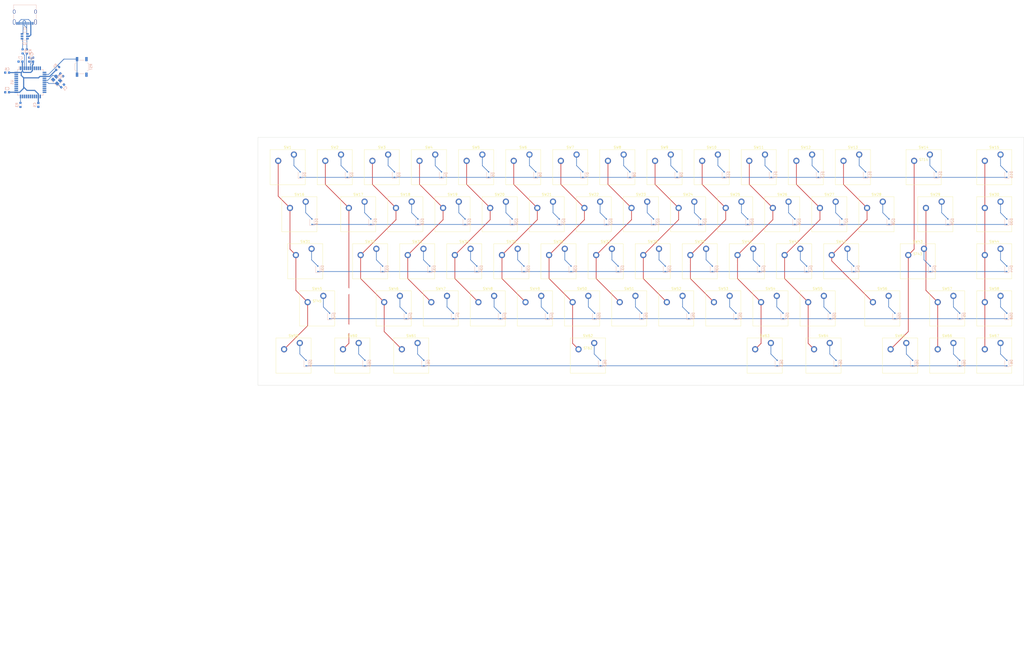
<source format=kicad_pcb>
(kicad_pcb (version 20211232) (generator pcbnew)
  (layers (0 "F.Cu" signal) (31 "B.Cu" signal) (34 "B.Paste" user) (35 "F.Paste" user) (36 "B.SilkS" user "B.Silkscreen") (37 "F.SilkS" user "F.Silkscreen") (38 "B.Mask" user) (39 "F.Mask" user) (44 "Edge.Cuts" user))
  (net 0 "")
  (net 1 "COL10")
  (net 2 "COL11")
  (net 3 "COL12")
  (net 4 "COL13")
  (net 5 "COL14")
  (net 6 "COL15")
  (net 7 "COL16")
  (net 8 "COL17")
  (net 9 "COL18")
  (net 10 "COL19")
  (net 11 "COL20")
  (net 12 "COL5")
  (net 13 "COL6")
  (net 14 "COL7")
  (net 15 "COL8")
  (net 16 "COL9")
  (net 17 "GND")
  (net 18 "N$1")
  (net 19 "N$10")
  (net 20 "N$11")
  (net 21 "N$12")
  (net 22 "N$13")
  (net 23 "N$14")
  (net 24 "N$15")
  (net 25 "N$16")
  (net 26 "N$17")
  (net 27 "N$18")
  (net 28 "N$19")
  (net 29 "N$2")
  (net 30 "N$20")
  (net 31 "N$21")
  (net 32 "N$22")
  (net 33 "N$23")
  (net 34 "N$24")
  (net 35 "N$25")
  (net 36 "N$26")
  (net 37 "N$27")
  (net 38 "N$28")
  (net 39 "N$29")
  (net 40 "N$3")
  (net 41 "N$30")
  (net 42 "N$31")
  (net 43 "N$32")
  (net 44 "N$33")
  (net 45 "N$34")
  (net 46 "N$35")
  (net 47 "N$36")
  (net 48 "N$37")
  (net 49 "N$38")
  (net 50 "N$39")
  (net 51 "N$4")
  (net 52 "N$40")
  (net 53 "N$41")
  (net 54 "N$42")
  (net 55 "N$43")
  (net 56 "N$44")
  (net 57 "N$45")
  (net 58 "N$46")
  (net 59 "N$47")
  (net 60 "N$48")
  (net 61 "N$49")
  (net 62 "N$5")
  (net 63 "N$50")
  (net 64 "N$51")
  (net 65 "N$52")
  (net 66 "N$53")
  (net 67 "N$54")
  (net 68 "N$55")
  (net 69 "N$56")
  (net 70 "N$57")
  (net 71 "N$58")
  (net 72 "N$59")
  (net 73 "N$6")
  (net 74 "N$60")
  (net 75 "N$61")
  (net 76 "N$62")
  (net 77 "N$63")
  (net 78 "N$64")
  (net 79 "N$65")
  (net 80 "N$66")
  (net 81 "N$67")
  (net 82 "N$7")
  (net 83 "N$8")
  (net 84 "N$9")
  (net 85 "ROW0")
  (net 86 "ROW1")
  (net 87 "ROW2")
  (net 88 "ROW3")
  (net 89 "ROW4")
  (net 90 "VCC")
  (net 91 "mcu/D+")
  (net 92 "mcu/D-")
  (net 93 "mcu/UCAP")
  (net 94 "mcu/XTAL1")
  (net 95 "mcu/XTAL2")
  (net 96 "mcu/~{HWB}/PE2")
  (net 97 "mcu/~{RESET}")
  (net 98 "u2/D+")
  (net 99 "u2/D-")
  (net 100 "usb/D+")
  (net 101 "usb/D-")
  (footprint "Stabilizer_Cherry_MX_2u" (layer "F.Cu") (at 450.413512 129.965002)
    (fp_text reference "ST14")
    (fp_text value "MountingHole")
  )
  (footprint "Stabilizer_Cherry_MX_2u" (layer "F.Cu") (at 448.032262 168.065002)
    (fp_text reference "ST43")
    (fp_text value "MountingHole")
  )
  (footprint "Stabilizer_Cherry_MX_2u" (layer "F.Cu") (at 205.144762 187.115002)
    (fp_text reference "ST45")
    (fp_text value "MountingHole")
  )
  (footprint "Stabilizer_Cherry_MX_6u" (layer "F.Cu") (at 314.682262 206.165002)
    (fp_text reference "ST62")
    (fp_text value "MountingHole")
  )
  (footprint "SW_Cherry_MX_PCB_1.00u" (layer "F.Cu") (at 193.238512 129.965002)
    (fp_text reference "SW1")
    (fp_text value "SW_Push")
  )
  (footprint "SW_Cherry_MX_PCB_1.00u" (layer "F.Cu") (at 364.688512 129.965002)
    (fp_text reference "SW10")
    (fp_text value "SW_Push")
  )
  (footprint "SW_Cherry_MX_PCB_1.00u" (layer "F.Cu") (at 383.738512 129.965002)
    (fp_text reference "SW11")
    (fp_text value "SW_Push")
  )
  (footprint "SW_Cherry_MX_PCB_1.00u" (layer "F.Cu") (at 402.788512 129.965002)
    (fp_text reference "SW12")
    (fp_text value "SW_Push")
  )
  (footprint "SW_Cherry_MX_PCB_1.00u" (layer "F.Cu") (at 421.838512 129.965002)
    (fp_text reference "SW13")
    (fp_text value "SW_Push")
  )
  (footprint "SW_Cherry_MX_PCB_2.00u" (layer "F.Cu") (at 450.413512 129.965002)
    (fp_text reference "SW14")
    (fp_text value "SW_Push")
  )
  (footprint "SW_Cherry_MX_PCB_1.00u" (layer "F.Cu") (at 478.988512 129.965002)
    (fp_text reference "SW15")
    (fp_text value "SW_Push")
  )
  (footprint "SW_Cherry_MX_PCB_1.50u" (layer "F.Cu") (at 198.001012 149.015002)
    (fp_text reference "SW16")
    (fp_text value "SW_Push")
  )
  (footprint "SW_Cherry_MX_PCB_1.00u" (layer "F.Cu") (at 221.813512 149.015002)
    (fp_text reference "SW17")
    (fp_text value "SW_Push")
  )
  (footprint "SW_Cherry_MX_PCB_1.00u" (layer "F.Cu") (at 240.863512 149.015002)
    (fp_text reference "SW18")
    (fp_text value "SW_Push")
  )
  (footprint "SW_Cherry_MX_PCB_1.00u" (layer "F.Cu") (at 259.913512 149.015002)
    (fp_text reference "SW19")
    (fp_text value "SW_Push")
  )
  (footprint "SW_Cherry_MX_PCB_1.00u" (layer "F.Cu") (at 212.288512 129.965002)
    (fp_text reference "SW2")
    (fp_text value "SW_Push")
  )
  (footprint "SW_Cherry_MX_PCB_1.00u" (layer "F.Cu") (at 278.963512 149.015002)
    (fp_text reference "SW20")
    (fp_text value "SW_Push")
  )
  (footprint "SW_Cherry_MX_PCB_1.00u" (layer "F.Cu") (at 298.013512 149.015002)
    (fp_text reference "SW21")
    (fp_text value "SW_Push")
  )
  (footprint "SW_Cherry_MX_PCB_1.00u" (layer "F.Cu") (at 317.063512 149.015002)
    (fp_text reference "SW22")
    (fp_text value "SW_Push")
  )
  (footprint "SW_Cherry_MX_PCB_1.00u" (layer "F.Cu") (at 336.113512 149.015002)
    (fp_text reference "SW23")
    (fp_text value "SW_Push")
  )
  (footprint "SW_Cherry_MX_PCB_1.00u" (layer "F.Cu") (at 355.163512 149.015002)
    (fp_text reference "SW24")
    (fp_text value "SW_Push")
  )
  (footprint "SW_Cherry_MX_PCB_1.00u" (layer "F.Cu") (at 374.213512 149.015002)
    (fp_text reference "SW25")
    (fp_text value "SW_Push")
  )
  (footprint "SW_Cherry_MX_PCB_1.00u" (layer "F.Cu") (at 393.263512 149.015002)
    (fp_text reference "SW26")
    (fp_text value "SW_Push")
  )
  (footprint "SW_Cherry_MX_PCB_1.00u" (layer "F.Cu") (at 412.313512 149.015002)
    (fp_text reference "SW27")
    (fp_text value "SW_Push")
  )
  (footprint "SW_Cherry_MX_PCB_1.00u" (layer "F.Cu") (at 431.363512 149.015002)
    (fp_text reference "SW28")
    (fp_text value "SW_Push")
  )
  (footprint "SW_Cherry_MX_PCB_1.50u" (layer "F.Cu") (at 455.176012 149.015002)
    (fp_text reference "SW29")
    (fp_text value "SW_Push")
  )
  (footprint "SW_Cherry_MX_PCB_1.00u" (layer "F.Cu") (at 231.338512 129.965002)
    (fp_text reference "SW3")
    (fp_text value "SW_Push")
  )
  (footprint "SW_Cherry_MX_PCB_1.00u" (layer "F.Cu") (at 478.988512 149.015002)
    (fp_text reference "SW30")
    (fp_text value "SW_Push")
  )
  (footprint "SW_Cherry_MX_PCB_1.75u" (layer "F.Cu") (at 200.382262 168.065002)
    (fp_text reference "SW31")
    (fp_text value "SW_Push")
  )
  (footprint "SW_Cherry_MX_PCB_1.00u" (layer "F.Cu") (at 226.576012 168.065002)
    (fp_text reference "SW32")
    (fp_text value "SW_Push")
  )
  (footprint "SW_Cherry_MX_PCB_1.00u" (layer "F.Cu") (at 245.626012 168.065002)
    (fp_text reference "SW33")
    (fp_text value "SW_Push")
  )
  (footprint "SW_Cherry_MX_PCB_1.00u" (layer "F.Cu") (at 264.676012 168.065002)
    (fp_text reference "SW34")
    (fp_text value "SW_Push")
  )
  (footprint "SW_Cherry_MX_PCB_1.00u" (layer "F.Cu") (at 283.726012 168.065002)
    (fp_text reference "SW35")
    (fp_text value "SW_Push")
  )
  (footprint "SW_Cherry_MX_PCB_1.00u" (layer "F.Cu") (at 302.776012 168.065002)
    (fp_text reference "SW36")
    (fp_text value "SW_Push")
  )
  (footprint "SW_Cherry_MX_PCB_1.00u" (layer "F.Cu") (at 321.826012 168.065002)
    (fp_text reference "SW37")
    (fp_text value "SW_Push")
  )
  (footprint "SW_Cherry_MX_PCB_1.00u" (layer "F.Cu") (at 340.876012 168.065002)
    (fp_text reference "SW38")
    (fp_text value "SW_Push")
  )
  (footprint "SW_Cherry_MX_PCB_1.00u" (layer "F.Cu") (at 359.926012 168.065002)
    (fp_text reference "SW39")
    (fp_text value "SW_Push")
  )
  (footprint "SW_Cherry_MX_PCB_1.00u" (layer "F.Cu") (at 250.388512 129.965002)
    (fp_text reference "SW4")
    (fp_text value "SW_Push")
  )
  (footprint "SW_Cherry_MX_PCB_1.00u" (layer "F.Cu") (at 378.976012 168.065002)
    (fp_text reference "SW40")
    (fp_text value "SW_Push")
  )
  (footprint "SW_Cherry_MX_PCB_1.00u" (layer "F.Cu") (at 398.026012 168.065002)
    (fp_text reference "SW41")
    (fp_text value "SW_Push")
  )
  (footprint "SW_Cherry_MX_PCB_1.00u" (layer "F.Cu") (at 417.076012 168.065002)
    (fp_text reference "SW42")
    (fp_text value "SW_Push")
  )
  (footprint "SW_Cherry_MX_PCB_2.25u" (layer "F.Cu") (at 448.032262 168.065002)
    (fp_text reference "SW43")
    (fp_text value "SW_Push")
  )
  (footprint "SW_Cherry_MX_PCB_1.00u" (layer "F.Cu") (at 478.988512 168.065002)
    (fp_text reference "SW44")
    (fp_text value "SW_Push")
  )
  (footprint "SW_Cherry_MX_PCB_2.25u" (layer "F.Cu") (at 205.144762 187.115002)
    (fp_text reference "SW45")
    (fp_text value "SW_Push")
  )
  (footprint "SW_Cherry_MX_PCB_1.00u" (layer "F.Cu") (at 236.101012 187.115002)
    (fp_text reference "SW46")
    (fp_text value "SW_Push")
  )
  (footprint "SW_Cherry_MX_PCB_1.00u" (layer "F.Cu") (at 255.151012 187.115002)
    (fp_text reference "SW47")
    (fp_text value "SW_Push")
  )
  (footprint "SW_Cherry_MX_PCB_1.00u" (layer "F.Cu") (at 274.201012 187.115002)
    (fp_text reference "SW48")
    (fp_text value "SW_Push")
  )
  (footprint "SW_Cherry_MX_PCB_1.00u" (layer "F.Cu") (at 293.251012 187.115002)
    (fp_text reference "SW49")
    (fp_text value "SW_Push")
  )
  (footprint "SW_Cherry_MX_PCB_1.00u" (layer "F.Cu") (at 269.438512 129.965002)
    (fp_text reference "SW5")
    (fp_text value "SW_Push")
  )
  (footprint "SW_Cherry_MX_PCB_1.00u" (layer "F.Cu") (at 312.301012 187.115002)
    (fp_text reference "SW50")
    (fp_text value "SW_Push")
  )
  (footprint "SW_Cherry_MX_PCB_1.00u" (layer "F.Cu") (at 331.351012 187.115002)
    (fp_text reference "SW51")
    (fp_text value "SW_Push")
  )
  (footprint "SW_Cherry_MX_PCB_1.00u" (layer "F.Cu") (at 350.401012 187.115002)
    (fp_text reference "SW52")
    (fp_text value "SW_Push")
  )
  (footprint "SW_Cherry_MX_PCB_1.00u" (layer "F.Cu") (at 369.451012 187.115002)
    (fp_text reference "SW53")
    (fp_text value "SW_Push")
  )
  (footprint "SW_Cherry_MX_PCB_1.00u" (layer "F.Cu") (at 388.501012 187.115002)
    (fp_text reference "SW54")
    (fp_text value "SW_Push")
  )
  (footprint "SW_Cherry_MX_PCB_1.00u" (layer "F.Cu") (at 407.551012 187.115002)
    (fp_text reference "SW55")
    (fp_text value "SW_Push")
  )
  (footprint "SW_Cherry_MX_PCB_1.75u" (layer "F.Cu") (at 433.744762 187.115002)
    (fp_text reference "SW56")
    (fp_text value "SW_Push")
  )
  (footprint "SW_Cherry_MX_PCB_1.00u" (layer "F.Cu") (at 459.938512 187.115002)
    (fp_text reference "SW57")
    (fp_text value "SW_Push")
  )
  (footprint "SW_Cherry_MX_PCB_1.00u" (layer "F.Cu") (at 478.988512 187.115002)
    (fp_text reference "SW58")
    (fp_text value "SW_Push")
  )
  (footprint "SW_Cherry_MX_PCB_1.25u" (layer "F.Cu") (at 195.619762 206.165002)
    (fp_text reference "SW59")
    (fp_text value "SW_Push")
  )
  (footprint "SW_Cherry_MX_PCB_1.00u" (layer "F.Cu") (at 288.488512 129.965002)
    (fp_text reference "SW6")
    (fp_text value "SW_Push")
  )
  (footprint "SW_Cherry_MX_PCB_1.25u" (layer "F.Cu") (at 219.432262 206.165002)
    (fp_text reference "SW60")
    (fp_text value "SW_Push")
  )
  (footprint "SW_Cherry_MX_PCB_1.25u" (layer "F.Cu") (at 243.244762 206.165002)
    (fp_text reference "SW61")
    (fp_text value "SW_Push")
  )
  (footprint "SW_Cherry_MX_PCB_6.25u" (layer "F.Cu") (at 314.682262 206.165002)
    (fp_text reference "SW62")
    (fp_text value "SW_Push")
  )
  (footprint "SW_Cherry_MX_PCB_1.25u" (layer "F.Cu") (at 386.119762 206.165002)
    (fp_text reference "SW63")
    (fp_text value "SW_Push")
  )
  (footprint "SW_Cherry_MX_PCB_1.25u" (layer "F.Cu") (at 409.932262 206.165002)
    (fp_text reference "SW64")
    (fp_text value "SW_Push")
  )
  (footprint "SW_Cherry_MX_PCB_1.00u" (layer "F.Cu") (at 440.888512 206.165002)
    (fp_text reference "SW65")
    (fp_text value "SW_Push")
  )
  (footprint "SW_Cherry_MX_PCB_1.00u" (layer "F.Cu") (at 459.938512 206.165002)
    (fp_text reference "SW66")
    (fp_text value "SW_Push")
  )
  (footprint "SW_Cherry_MX_PCB_1.00u" (layer "F.Cu") (at 478.988512 206.165002)
    (fp_text reference "SW67")
    (fp_text value "SW_Push")
  )
  (footprint "SW_Cherry_MX_PCB_1.00u" (layer "F.Cu") (at 307.538512 129.965002)
    (fp_text reference "SW7")
    (fp_text value "SW_Push")
  )
  (footprint "SW_Cherry_MX_PCB_1.00u" (layer "F.Cu") (at 326.588512 129.965002)
    (fp_text reference "SW8")
    (fp_text value "SW_Push")
  )
  (footprint "SW_Cherry_MX_PCB_1.00u" (layer "F.Cu") (at 345.638512 129.965002)
    (fp_text reference "SW9")
    (fp_text value "SW_Push")
  )
  (footprint "C_0603_1608Metric" (layer "B.Cu") (at 102.236012 97.130002 45)
    (fp_text reference "C1")
    (fp_text value "22p")
  )
  (footprint "C_0603_1608Metric" (layer "B.Cu") (at 101.876012 92.660002 -45)
    (fp_text reference "C2")
    (fp_text value "22p")
  )
  (footprint "C_0603_1608Metric" (layer "B.Cu") (at 79.806012 99.680002 180)
    (fp_text reference "C3")
    (fp_text value "0.1u")
  )
  (footprint "C_0603_1608Metric" (layer "B.Cu") (at 89.516012 87.290002 180)
    (fp_text reference "C4")
    (fp_text value "0.1u")
  )
  (footprint "C_0603_1608Metric" (layer "B.Cu") (at 92.426012 104.810002 -90)
    (fp_text reference "C5")
    (fp_text value "0.1u")
  )
  (footprint "C_0603_1608Metric" (layer "B.Cu") (at 79.806012 91.740002 180)
    (fp_text reference "C6")
    (fp_text value "0.1u")
  )
  (footprint "C_0603_1608Metric" (layer "B.Cu") (at 85.196012 87.290002 180)
    (fp_text reference "C7")
    (fp_text value "4.7u")
  )
  (footprint "C_0603_1608Metric" (layer "B.Cu") (at 89.516012 85.700002 180)
    (fp_text reference "C8")
    (fp_text value "1u")
  )
  (footprint "D_SOD-323F" (layer "B.Cu") (at 198.318512 132.995002 90)
    (fp_text reference "D1")
    (fp_text value "D")
  )
  (footprint "D_SOD-323F" (layer "B.Cu") (at 369.768512 132.995002 90)
    (fp_text reference "D10")
    (fp_text value "D")
  )
  (footprint "D_SOD-323F" (layer "B.Cu") (at 388.818512 132.995002 90)
    (fp_text reference "D11")
    (fp_text value "D")
  )
  (footprint "D_SOD-323F" (layer "B.Cu") (at 407.868512 132.995002 90)
    (fp_text reference "D12")
    (fp_text value "D")
  )
  (footprint "D_SOD-323F" (layer "B.Cu") (at 426.918512 132.995002 90)
    (fp_text reference "D13")
    (fp_text value "D")
  )
  (footprint "D_SOD-323F" (layer "B.Cu") (at 455.493512 132.995002 90)
    (fp_text reference "D14")
    (fp_text value "D")
  )
  (footprint "D_SOD-323F" (layer "B.Cu") (at 484.068512 132.995002 90)
    (fp_text reference "D15")
    (fp_text value "D")
  )
  (footprint "D_SOD-323F" (layer "B.Cu") (at 203.081012 152.045002 90)
    (fp_text reference "D16")
    (fp_text value "D")
  )
  (footprint "D_SOD-323F" (layer "B.Cu") (at 226.893512 152.045002 90)
    (fp_text reference "D17")
    (fp_text value "D")
  )
  (footprint "D_SOD-323F" (layer "B.Cu") (at 245.943512 152.045002 90)
    (fp_text reference "D18")
    (fp_text value "D")
  )
  (footprint "D_SOD-323F" (layer "B.Cu") (at 264.993512 152.045002 90)
    (fp_text reference "D19")
    (fp_text value "D")
  )
  (footprint "D_SOD-323F" (layer "B.Cu") (at 217.368512 132.995002 90)
    (fp_text reference "D2")
    (fp_text value "D")
  )
  (footprint "D_SOD-323F" (layer "B.Cu") (at 284.043512 152.045002 90)
    (fp_text reference "D20")
    (fp_text value "D")
  )
  (footprint "D_SOD-323F" (layer "B.Cu") (at 303.093512 152.045002 90)
    (fp_text reference "D21")
    (fp_text value "D")
  )
  (footprint "D_SOD-323F" (layer "B.Cu") (at 322.143512 152.045002 90)
    (fp_text reference "D22")
    (fp_text value "D")
  )
  (footprint "D_SOD-323F" (layer "B.Cu") (at 341.193512 152.045002 90)
    (fp_text reference "D23")
    (fp_text value "D")
  )
  (footprint "D_SOD-323F" (layer "B.Cu") (at 360.243512 152.045002 90)
    (fp_text reference "D24")
    (fp_text value "D")
  )
  (footprint "D_SOD-323F" (layer "B.Cu") (at 379.293512 152.045002 90)
    (fp_text reference "D25")
    (fp_text value "D")
  )
  (footprint "D_SOD-323F" (layer "B.Cu") (at 398.343512 152.045002 90)
    (fp_text reference "D26")
    (fp_text value "D")
  )
  (footprint "D_SOD-323F" (layer "B.Cu") (at 417.393512 152.045002 90)
    (fp_text reference "D27")
    (fp_text value "D")
  )
  (footprint "D_SOD-323F" (layer "B.Cu") (at 436.443512 152.045002 90)
    (fp_text reference "D28")
    (fp_text value "D")
  )
  (footprint "D_SOD-323F" (layer "B.Cu") (at 460.256012 152.045002 90)
    (fp_text reference "D29")
    (fp_text value "D")
  )
  (footprint "D_SOD-323F" (layer "B.Cu") (at 236.418512 132.995002 90)
    (fp_text reference "D3")
    (fp_text value "D")
  )
  (footprint "D_SOD-323F" (layer "B.Cu") (at 484.068512 152.045002 90)
    (fp_text reference "D30")
    (fp_text value "D")
  )
  (footprint "D_SOD-323F" (layer "B.Cu") (at 205.462262 171.095002 90)
    (fp_text reference "D31")
    (fp_text value "D")
  )
  (footprint "D_SOD-323F" (layer "B.Cu") (at 231.656012 171.095002 90)
    (fp_text reference "D32")
    (fp_text value "D")
  )
  (footprint "D_SOD-323F" (layer "B.Cu") (at 250.706012 171.095002 90)
    (fp_text reference "D33")
    (fp_text value "D")
  )
  (footprint "D_SOD-323F" (layer "B.Cu") (at 269.756012 171.095002 90)
    (fp_text reference "D34")
    (fp_text value "D")
  )
  (footprint "D_SOD-323F" (layer "B.Cu") (at 288.806012 171.095002 90)
    (fp_text reference "D35")
    (fp_text value "D")
  )
  (footprint "D_SOD-323F" (layer "B.Cu") (at 307.856012 171.095002 90)
    (fp_text reference "D36")
    (fp_text value "D")
  )
  (footprint "D_SOD-323F" (layer "B.Cu") (at 326.906012 171.095002 90)
    (fp_text reference "D37")
    (fp_text value "D")
  )
  (footprint "D_SOD-323F" (layer "B.Cu") (at 345.956012 171.095002 90)
    (fp_text reference "D38")
    (fp_text value "D")
  )
  (footprint "D_SOD-323F" (layer "B.Cu") (at 365.006012 171.095002 90)
    (fp_text reference "D39")
    (fp_text value "D")
  )
  (footprint "D_SOD-323F" (layer "B.Cu") (at 255.468512 132.995002 90)
    (fp_text reference "D4")
    (fp_text value "D")
  )
  (footprint "D_SOD-323F" (layer "B.Cu") (at 384.056012 171.095002 90)
    (fp_text reference "D40")
    (fp_text value "D")
  )
  (footprint "D_SOD-323F" (layer "B.Cu") (at 403.106012 171.095002 90)
    (fp_text reference "D41")
    (fp_text value "D")
  )
  (footprint "D_SOD-323F" (layer "B.Cu") (at 422.156012 171.095002 90)
    (fp_text reference "D42")
    (fp_text value "D")
  )
  (footprint "D_SOD-323F" (layer "B.Cu") (at 453.112262 171.095002 90)
    (fp_text reference "D43")
    (fp_text value "D")
  )
  (footprint "D_SOD-323F" (layer "B.Cu") (at 484.068512 171.095002 90)
    (fp_text reference "D44")
    (fp_text value "D")
  )
  (footprint "D_SOD-323F" (layer "B.Cu") (at 210.224762 190.145002 90)
    (fp_text reference "D45")
    (fp_text value "D")
  )
  (footprint "D_SOD-323F" (layer "B.Cu") (at 241.181012 190.145002 90)
    (fp_text reference "D46")
    (fp_text value "D")
  )
  (footprint "D_SOD-323F" (layer "B.Cu") (at 260.231012 190.145002 90)
    (fp_text reference "D47")
    (fp_text value "D")
  )
  (footprint "D_SOD-323F" (layer "B.Cu") (at 279.281012 190.145002 90)
    (fp_text reference "D48")
    (fp_text value "D")
  )
  (footprint "D_SOD-323F" (layer "B.Cu") (at 298.331012 190.145002 90)
    (fp_text reference "D49")
    (fp_text value "D")
  )
  (footprint "D_SOD-323F" (layer "B.Cu") (at 274.518512 132.995002 90)
    (fp_text reference "D5")
    (fp_text value "D")
  )
  (footprint "D_SOD-323F" (layer "B.Cu") (at 317.381012 190.145002 90)
    (fp_text reference "D50")
    (fp_text value "D")
  )
  (footprint "D_SOD-323F" (layer "B.Cu") (at 336.431012 190.145002 90)
    (fp_text reference "D51")
    (fp_text value "D")
  )
  (footprint "D_SOD-323F" (layer "B.Cu") (at 355.481012 190.145002 90)
    (fp_text reference "D52")
    (fp_text value "D")
  )
  (footprint "D_SOD-323F" (layer "B.Cu") (at 374.531012 190.145002 90)
    (fp_text reference "D53")
    (fp_text value "D")
  )
  (footprint "D_SOD-323F" (layer "B.Cu") (at 393.581012 190.145002 90)
    (fp_text reference "D54")
    (fp_text value "D")
  )
  (footprint "D_SOD-323F" (layer "B.Cu") (at 412.631012 190.145002 90)
    (fp_text reference "D55")
    (fp_text value "D")
  )
  (footprint "D_SOD-323F" (layer "B.Cu") (at 438.824762 190.145002 90)
    (fp_text reference "D56")
    (fp_text value "D")
  )
  (footprint "D_SOD-323F" (layer "B.Cu") (at 465.018512 190.145002 90)
    (fp_text reference "D57")
    (fp_text value "D")
  )
  (footprint "D_SOD-323F" (layer "B.Cu") (at 484.068512 190.145002 90)
    (fp_text reference "D58")
    (fp_text value "D")
  )
  (footprint "D_SOD-323F" (layer "B.Cu") (at 200.699762 209.195002 90)
    (fp_text reference "D59")
    (fp_text value "D")
  )
  (footprint "D_SOD-323F" (layer "B.Cu") (at 293.568512 132.995002 90)
    (fp_text reference "D6")
    (fp_text value "D")
  )
  (footprint "D_SOD-323F" (layer "B.Cu") (at 224.512262 209.195002 90)
    (fp_text reference "D60")
    (fp_text value "D")
  )
  (footprint "D_SOD-323F" (layer "B.Cu") (at 248.324762 209.195002 90)
    (fp_text reference "D61")
    (fp_text value "D")
  )
  (footprint "D_SOD-323F" (layer "B.Cu") (at 319.762262 209.195002 90)
    (fp_text reference "D62")
    (fp_text value "D")
  )
  (footprint "D_SOD-323F" (layer "B.Cu") (at 391.199762 209.195002 90)
    (fp_text reference "D63")
    (fp_text value "D")
  )
  (footprint "D_SOD-323F" (layer "B.Cu") (at 415.012262 209.195002 90)
    (fp_text reference "D64")
    (fp_text value "D")
  )
  (footprint "D_SOD-323F" (layer "B.Cu") (at 445.968512 209.195002 90)
    (fp_text reference "D65")
    (fp_text value "D")
  )
  (footprint "D_SOD-323F" (layer "B.Cu") (at 465.018512 209.195002 90)
    (fp_text reference "D66")
    (fp_text value "D")
  )
  (footprint "D_SOD-323F" (layer "B.Cu") (at 484.068512 209.195002 90)
    (fp_text reference "D67")
    (fp_text value "D")
  )
  (footprint "D_SOD-323F" (layer "B.Cu") (at 312.618512 132.995002 90)
    (fp_text reference "D7")
    (fp_text value "D")
  )
  (footprint "D_SOD-323F" (layer "B.Cu") (at 331.668512 132.995002 90)
    (fp_text reference "D8")
    (fp_text value "D")
  )
  (footprint "D_SOD-323F" (layer "B.Cu") (at 350.718512 132.995002 90)
    (fp_text reference "D9")
    (fp_text value "D")
  )
  (footprint "USB_C_Receptacle_XKB_U262-16XN-4BVC11" (layer "B.Cu") (at 86.976012 68.165002)
    (fp_text reference "J1")
    (fp_text value "USB_C_Receptacle_USB2.0")
  )
  (footprint "R_0603_1608Metric" (layer "B.Cu") (at 86.076012 83.160002 90)
    (fp_text reference "R1")
    (fp_text value "22")
  )
  (footprint "R_0603_1608Metric" (layer "B.Cu") (at 87.776012 83.170002 90)
    (fp_text reference "R2")
    (fp_text value "22")
  )
  (footprint "R_0603_1608Metric" (layer "B.Cu") (at 85.186012 104.810002 -90)
    (fp_text reference "R3")
    (fp_text value "10k")
  )
  (footprint "R_0603_1608Metric" (layer "B.Cu") (at 100.236012 90.050002 -135)
    (fp_text reference "R4")
    (fp_text value "10k")
  )
  (footprint "SW_SPST_TL3342" (layer "B.Cu") (at 109.976012 89.440002 90)
    (fp_text reference "RST")
    (fp_text value "SW_SPST")
  )
  (footprint "TQFP-44_10x10mm_P0.8mm" (layer "B.Cu") (at 89.206012 95.690002 -90)
    (fp_text reference "U1")
    (fp_text value "ATmega16U4-AU")
  )
  (footprint "SOT-23-6" (layer "B.Cu") (at 86.926012 77.065002)
    (fp_text reference "U2")
    (fp_text value "TPD2S017")
  )
  (footprint "Crystal_SMD_3225-4Pin_3.2x2.5mm" (layer "B.Cu") (at 99.826012 94.760002 135)
    (fp_text reference "Y1")
    (fp_text value "Crystal_GND24")
  )
  (gr_line (start 181.238512 218.165002) (end 181.238512 117.965002) (stroke (width 0.1)) (layer "Edge.Cuts"))
  (gr_line (start 490.988512 117.965002) (end 490.988512 218.165002) (stroke (width 0.1)) (layer "Edge.Cuts"))
  (gr_line (start 181.238512 117.965002) (end 490.988512 117.965002) (stroke (width 0.1)) (layer "Edge.Cuts"))
  (gr_line (start 490.988512 218.165002) (end 181.238512 218.165002) (stroke (width 0.1)) (layer "Edge.Cuts"))
  (segment (start 284.678512 127.425002) (end 284.678512 136.950002) (width 0.25) (layer "F.Cu") (net 1))
  (segment (start 279.916012 165.525002) (end 279.916012 175.050002) (width 0.25) (layer "F.Cu") (net 1))
  (segment (start 294.203512 146.475002) (end 294.203512 151.237502) (width 0.25) (layer "F.Cu") (net 1))
  (segment (start 284.678512 136.950002) (end 294.203512 146.475002) (width 0.25) (layer "F.Cu") (net 1))
  (segment (start 294.203512 151.237502) (end 279.916012 165.525002) (width 0.25) (layer "F.Cu") (net 1))
  (segment (start 279.916012 175.050002) (end 289.441012 184.575002) (width 0.25) (layer "F.Cu") (net 1))
  (segment (start 298.966012 175.050002) (end 308.491012 184.575002) (width 0.25) (layer "F.Cu") (net 2))
  (segment (start 298.966012 165.525002) (end 298.966012 175.050002) (width 0.25) (layer "F.Cu") (net 2))
  (segment (start 313.253512 151.237502) (end 298.966012 165.525002) (width 0.25) (layer "F.Cu") (net 2))
  (segment (start 308.491012 201.243752) (end 310.872262 203.625002) (width 0.25) (layer "F.Cu") (net 2))
  (segment (start 303.728512 136.950002) (end 313.253512 146.475002) (width 0.25) (layer "F.Cu") (net 2))
  (segment (start 313.253512 146.475002) (end 313.253512 151.237502) (width 0.25) (layer "F.Cu") (net 2))
  (segment (start 303.728512 127.425002) (end 303.728512 136.950002) (width 0.25) (layer "F.Cu") (net 2))
  (segment (start 308.491012 184.575002) (end 308.491012 201.243752) (width 0.25) (layer "F.Cu") (net 2))
  (segment (start 318.016012 165.525002) (end 318.016012 175.050002) (width 0.25) (layer "F.Cu") (net 3))
  (segment (start 322.778512 136.950002) (end 332.303512 146.475002) (width 0.25) (layer "F.Cu") (net 3))
  (segment (start 332.303512 146.475002) (end 332.303512 151.237502) (width 0.25) (layer "F.Cu") (net 3))
  (segment (start 318.016012 175.050002) (end 327.541012 184.575002) (width 0.25) (layer "F.Cu") (net 3))
  (segment (start 322.778512 127.425002) (end 322.778512 136.950002) (width 0.25) (layer "F.Cu") (net 3))
  (segment (start 332.303512 151.237502) (end 318.016012 165.525002) (width 0.25) (layer "F.Cu") (net 3))
  (segment (start 351.353512 151.237502) (end 337.066012 165.525002) (width 0.25) (layer "F.Cu") (net 4))
  (segment (start 341.828512 127.425002) (end 341.828512 136.950002) (width 0.25) (layer "F.Cu") (net 4))
  (segment (start 337.066012 175.050002) (end 346.591012 184.575002) (width 0.25) (layer "F.Cu") (net 4))
  (segment (start 341.828512 136.950002) (end 351.353512 146.475002) (width 0.25) (layer "F.Cu") (net 4))
  (segment (start 337.066012 165.525002) (end 337.066012 175.050002) (width 0.25) (layer "F.Cu") (net 4))
  (segment (start 351.353512 146.475002) (end 351.353512 151.237502) (width 0.25) (layer "F.Cu") (net 4))
  (segment (start 370.403512 151.237502) (end 356.116012 165.525002) (width 0.25) (layer "F.Cu") (net 5))
  (segment (start 356.116012 175.050002) (end 365.641012 184.575002) (width 0.25) (layer "F.Cu") (net 5))
  (segment (start 360.878512 136.950002) (end 370.403512 146.475002) (width 0.25) (layer "F.Cu") (net 5))
  (segment (start 360.878512 127.425002) (end 360.878512 136.950002) (width 0.25) (layer "F.Cu") (net 5))
  (segment (start 370.403512 146.475002) (end 370.403512 151.237502) (width 0.25) (layer "F.Cu") (net 5))
  (segment (start 356.116012 165.525002) (end 356.116012 175.050002) (width 0.25) (layer "F.Cu") (net 5))
  (segment (start 389.453512 151.237502) (end 375.166012 165.525002) (width 0.25) (layer "F.Cu") (net 6))
  (segment (start 389.453512 146.475002) (end 389.453512 151.237502) (width 0.25) (layer "F.Cu") (net 6))
  (segment (start 375.166012 175.050002) (end 384.691012 184.575002) (width 0.25) (layer "F.Cu") (net 6))
  (segment (start 375.166012 165.525002) (end 375.166012 175.050002) (width 0.25) (layer "F.Cu") (net 6))
  (segment (start 379.928512 127.425002) (end 379.928512 136.950002) (width 0.25) (layer "F.Cu") (net 6))
  (segment (start 384.691012 184.575002) (end 384.691012 201.243752) (width 0.25) (layer "F.Cu") (net 6))
  (segment (start 384.691012 201.243752) (end 382.309762 203.625002) (width 0.25) (layer "F.Cu") (net 6))
  (segment (start 379.928512 136.950002) (end 389.453512 146.475002) (width 0.25) (layer "F.Cu") (net 6))
  (segment (start 408.503512 146.475002) (end 408.503512 151.237502) (width 0.25) (layer "F.Cu") (net 7))
  (segment (start 408.503512 151.237502) (end 394.216012 165.525002) (width 0.25) (layer "F.Cu") (net 7))
  (segment (start 403.741012 184.575002) (end 403.741012 201.243752) (width 0.25) (layer "F.Cu") (net 7))
  (segment (start 403.741012 201.243752) (end 406.122262 203.625002) (width 0.25) (layer "F.Cu") (net 7))
  (segment (start 398.978512 136.950002) (end 408.503512 146.475002) (width 0.25) (layer "F.Cu") (net 7))
  (segment (start 394.216012 165.525002) (end 394.216012 175.050002) (width 0.25) (layer "F.Cu") (net 7))
  (segment (start 398.978512 127.425002) (end 398.978512 136.950002) (width 0.25) (layer "F.Cu") (net 7))
  (segment (start 394.216012 175.050002) (end 403.741012 184.575002) (width 0.25) (layer "F.Cu") (net 7))
  (segment (start 418.028512 127.425002) (end 418.028512 136.950002) (width 0.25) (layer "F.Cu") (net 8))
  (segment (start 427.553512 146.475002) (end 427.553512 151.237502) (width 0.25) (layer "F.Cu") (net 8))
  (segment (start 418.028512 136.950002) (end 427.553512 146.475002) (width 0.25) (layer "F.Cu") (net 8))
  (segment (start 413.266012 165.525002) (end 413.266012 167.906252) (width 0.25) (layer "F.Cu") (net 8))
  (segment (start 413.266012 167.906252) (end 429.934762 184.575002) (width 0.25) (layer "F.Cu") (net 8))
  (segment (start 427.553512 151.237502) (end 413.266012 165.525002) (width 0.25) (layer "F.Cu") (net 8))
  (segment (start 446.603512 127.425002) (end 446.603512 163.143752) (width 0.25) (layer "F.Cu") (net 9))
  (segment (start 444.222262 196.481252) (end 437.078512 203.625002) (width 0.25) (layer "F.Cu") (net 9))
  (segment (start 446.603512 163.143752) (end 444.222262 165.525002) (width 0.25) (layer "F.Cu") (net 9))
  (segment (start 444.222262 165.525002) (end 444.222262 196.481252) (width 0.25) (layer "F.Cu") (net 9))
  (segment (start 451.366012 179.812502) (end 456.128512 184.575002) (width 0.25) (layer "F.Cu") (net 10))
  (segment (start 456.128512 184.575002) (end 456.128512 203.625002) (width 0.25) (layer "F.Cu") (net 10))
  (segment (start 451.366012 146.475002) (end 451.366012 179.812502) (width 0.25) (layer "F.Cu") (net 10))
  (segment (start 475.178512 146.475002) (end 475.178512 165.525002) (width 0.25) (layer "F.Cu") (net 11))
  (segment (start 475.178512 184.575002) (end 475.178512 203.625002) (width 0.25) (layer "F.Cu") (net 11))
  (segment (start 475.178512 127.425002) (end 475.178512 146.475002) (width 0.25) (layer "F.Cu") (net 11))
  (segment (start 475.178512 165.525002) (end 475.178512 184.575002) (width 0.25) (layer "F.Cu") (net 11))
  (segment (start 194.191012 146.475002) (end 194.191012 163.143752) (width 0.25) (layer "F.Cu") (net 12))
  (segment (start 201.334762 184.575002) (end 201.334762 194.100002) (width 0.25) (layer "F.Cu") (net 12))
  (segment (start 196.572262 165.525002) (end 196.572262 179.812502) (width 0.25) (layer "F.Cu") (net 12))
  (segment (start 189.428512 141.712502) (end 194.191012 146.475002) (width 0.25) (layer "F.Cu") (net 12))
  (segment (start 201.334762 194.100002) (end 191.809762 203.625002) (width 0.25) (layer "F.Cu") (net 12))
  (segment (start 189.428512 127.425002) (end 189.428512 141.712502) (width 0.25) (layer "F.Cu") (net 12))
  (segment (start 196.572262 179.812502) (end 201.334762 184.575002) (width 0.25) (layer "F.Cu") (net 12))
  (segment (start 194.191012 163.143752) (end 196.572262 165.525002) (width 0.25) (layer "F.Cu") (net 12))
  (segment (start 218.003512 201.243752) (end 215.622262 203.625002) (width 0.25) (layer "F.Cu") (net 13))
  (segment (start 208.478512 136.950002) (end 218.003512 146.475002) (width 0.25) (layer "F.Cu") (net 13))
  (segment (start 208.478512 127.425002) (end 208.478512 136.950002) (width 0.25) (layer "F.Cu") (net 13))
  (segment (start 218.003512 146.475002) (end 218.003512 201.243752) (width 0.25) (layer "F.Cu") (net 13))
  (segment (start 227.528512 127.425002) (end 227.528512 136.950002) (width 0.25) (layer "F.Cu") (net 14))
  (segment (start 232.291012 196.481252) (end 239.434762 203.625002) (width 0.25) (layer "F.Cu") (net 14))
  (segment (start 237.053512 146.475002) (end 237.053512 151.237502) (width 0.25) (layer "F.Cu") (net 14))
  (segment (start 237.053512 151.237502) (end 222.766012 165.525002) (width 0.25) (layer "F.Cu") (net 14))
  (segment (start 222.766012 165.525002) (end 222.766012 175.050002) (width 0.25) (layer "F.Cu") (net 14))
  (segment (start 232.291012 184.575002) (end 232.291012 196.481252) (width 0.25) (layer "F.Cu") (net 14))
  (segment (start 227.528512 136.950002) (end 237.053512 146.475002) (width 0.25) (layer "F.Cu") (net 14))
  (segment (start 222.766012 175.050002) (end 232.291012 184.575002) (width 0.25) (layer "F.Cu") (net 14))
  (segment (start 241.816012 165.525002) (end 241.816012 175.050002) (width 0.25) (layer "F.Cu") (net 15))
  (segment (start 246.578512 136.950002) (end 256.103512 146.475002) (width 0.25) (layer "F.Cu") (net 15))
  (segment (start 256.103512 151.237502) (end 241.816012 165.525002) (width 0.25) (layer "F.Cu") (net 15))
  (segment (start 241.816012 175.050002) (end 251.341012 184.575002) (width 0.25) (layer "F.Cu") (net 15))
  (segment (start 246.578512 127.425002) (end 246.578512 136.950002) (width 0.25) (layer "F.Cu") (net 15))
  (segment (start 256.103512 146.475002) (end 256.103512 151.237502) (width 0.25) (layer "F.Cu") (net 15))
  (segment (start 265.628512 127.425002) (end 265.628512 136.950002) (width 0.25) (layer "F.Cu") (net 16))
  (segment (start 260.866012 175.050002) (end 270.391012 184.575002) (width 0.25) (layer "F.Cu") (net 16))
  (segment (start 260.866012 165.525002) (end 260.866012 175.050002) (width 0.25) (layer "F.Cu") (net 16))
  (segment (start 265.628512 136.950002) (end 275.153512 146.475002) (width 0.25) (layer "F.Cu") (net 16))
  (segment (start 275.153512 151.237502) (end 260.866012 165.525002) (width 0.25) (layer "F.Cu") (net 16))
  (segment (start 275.153512 146.475002) (end 275.153512 151.237502) (width 0.25) (layer "F.Cu") (net 16))
  (segment (start 195.778512 129.355002) (end 195.778512 124.885002) (width 0.25) (layer "B.Cu") (net 18))
  (segment (start 198.318512 131.895002) (end 195.778512 129.355002) (width 0.25) (layer "B.Cu") (net 18))
  (segment (start 369.768512 131.895002) (end 367.228512 129.355002) (width 0.25) (layer "B.Cu") (net 19))
  (segment (start 367.228512 129.355002) (end 367.228512 124.885002) (width 0.25) (layer "B.Cu") (net 19))
  (segment (start 388.818512 131.895002) (end 386.278512 129.355002) (width 0.25) (layer "B.Cu") (net 20))
  (segment (start 386.278512 129.355002) (end 386.278512 124.885002) (width 0.25) (layer "B.Cu") (net 20))
  (segment (start 407.868512 131.895002) (end 405.328512 129.355002) (width 0.25) (layer "B.Cu") (net 21))
  (segment (start 405.328512 129.355002) (end 405.328512 124.885002) (width 0.25) (layer "B.Cu") (net 21))
  (segment (start 424.378512 129.355002) (end 424.378512 124.885002) (width 0.25) (layer "B.Cu") (net 22))
  (segment (start 426.918512 131.895002) (end 424.378512 129.355002) (width 0.25) (layer "B.Cu") (net 22))
  (segment (start 452.953512 129.355002) (end 452.953512 124.885002) (width 0.25) (layer "B.Cu") (net 23))
  (segment (start 455.493512 131.895002) (end 452.953512 129.355002) (width 0.25) (layer "B.Cu") (net 23))
  (segment (start 484.068512 131.895002) (end 481.528512 129.355002) (width 0.25) (layer "B.Cu") (net 24))
  (segment (start 481.528512 129.355002) (end 481.528512 124.885002) (width 0.25) (layer "B.Cu") (net 24))
  (segment (start 203.081012 150.945002) (end 200.541012 148.405002) (width 0.25) (layer "B.Cu") (net 25))
  (segment (start 200.541012 148.405002) (end 200.541012 143.935002) (width 0.25) (layer "B.Cu") (net 25))
  (segment (start 224.353512 148.405002) (end 224.353512 143.935002) (width 0.25) (layer "B.Cu") (net 26))
  (segment (start 226.893512 150.945002) (end 224.353512 148.405002) (width 0.25) (layer "B.Cu") (net 26))
  (segment (start 245.943512 150.945002) (end 243.403512 148.405002) (width 0.25) (layer "B.Cu") (net 27))
  (segment (start 243.403512 148.405002) (end 243.403512 143.935002) (width 0.25) (layer "B.Cu") (net 27))
  (segment (start 264.993512 150.945002) (end 262.453512 148.405002) (width 0.25) (layer "B.Cu") (net 28))
  (segment (start 262.453512 148.405002) (end 262.453512 143.935002) (width 0.25) (layer "B.Cu") (net 28))
  (segment (start 214.828512 129.355002) (end 214.828512 124.885002) (width 0.25) (layer "B.Cu") (net 29))
  (segment (start 217.368512 131.895002) (end 214.828512 129.355002) (width 0.25) (layer "B.Cu") (net 29))
  (segment (start 284.043512 150.945002) (end 281.503512 148.405002) (width 0.25) (layer "B.Cu") (net 30))
  (segment (start 281.503512 148.405002) (end 281.503512 143.935002) (width 0.25) (layer "B.Cu") (net 30))
  (segment (start 303.093512 150.945002) (end 300.553512 148.405002) (width 0.25) (layer "B.Cu") (net 31))
  (segment (start 300.553512 148.405002) (end 300.553512 143.935002) (width 0.25) (layer "B.Cu") (net 31))
  (segment (start 319.603512 148.405002) (end 319.603512 143.935002) (width 0.25) (layer "B.Cu") (net 32))
  (segment (start 322.143512 150.945002) (end 319.603512 148.405002) (width 0.25) (layer "B.Cu") (net 32))
  (segment (start 338.653512 148.405002) (end 338.653512 143.935002) (width 0.25) (layer "B.Cu") (net 33))
  (segment (start 341.193512 150.945002) (end 338.653512 148.405002) (width 0.25) (layer "B.Cu") (net 33))
  (segment (start 357.703512 148.405002) (end 357.703512 143.935002) (width 0.25) (layer "B.Cu") (net 34))
  (segment (start 360.243512 150.945002) (end 357.703512 148.405002) (width 0.25) (layer "B.Cu") (net 34))
  (segment (start 379.293512 150.945002) (end 376.753512 148.405002) (width 0.25) (layer "B.Cu") (net 35))
  (segment (start 376.753512 148.405002) (end 376.753512 143.935002) (width 0.25) (layer "B.Cu") (net 35))
  (segment (start 398.343512 150.945002) (end 395.803512 148.405002) (width 0.25) (layer "B.Cu") (net 36))
  (segment (start 395.803512 148.405002) (end 395.803512 143.935002) (width 0.25) (layer "B.Cu") (net 36))
  (segment (start 417.393512 150.945002) (end 414.853512 148.405002) (width 0.25) (layer "B.Cu") (net 37))
  (segment (start 414.853512 148.405002) (end 414.853512 143.935002) (width 0.25) (layer "B.Cu") (net 37))
  (segment (start 433.903512 148.405002) (end 433.903512 143.935002) (width 0.25) (layer "B.Cu") (net 38))
  (segment (start 436.443512 150.945002) (end 433.903512 148.405002) (width 0.25) (layer "B.Cu") (net 38))
  (segment (start 460.256012 150.945002) (end 457.716012 148.405002) (width 0.25) (layer "B.Cu") (net 39))
  (segment (start 457.716012 148.405002) (end 457.716012 143.935002) (width 0.25) (layer "B.Cu") (net 39))
  (segment (start 236.418512 131.895002) (end 233.878512 129.355002) (width 0.25) (layer "B.Cu") (net 40))
  (segment (start 233.878512 129.355002) (end 233.878512 124.885002) (width 0.25) (layer "B.Cu") (net 40))
  (segment (start 484.068512 150.945002) (end 481.528512 148.405002) (width 0.25) (layer "B.Cu") (net 41))
  (segment (start 481.528512 148.405002) (end 481.528512 143.935002) (width 0.25) (layer "B.Cu") (net 41))
  (segment (start 202.922262 167.455002) (end 202.922262 162.985002) (width 0.25) (layer "B.Cu") (net 42))
  (segment (start 205.462262 169.995002) (end 202.922262 167.455002) (width 0.25) (layer "B.Cu") (net 42))
  (segment (start 231.656012 169.995002) (end 229.116012 167.455002) (width 0.25) (layer "B.Cu") (net 43))
  (segment (start 229.116012 167.455002) (end 229.116012 162.985002) (width 0.25) (layer "B.Cu") (net 43))
  (segment (start 250.706012 169.995002) (end 248.166012 167.455002) (width 0.25) (layer "B.Cu") (net 44))
  (segment (start 248.166012 167.455002) (end 248.166012 162.985002) (width 0.25) (layer "B.Cu") (net 44))
  (segment (start 267.216012 167.455002) (end 267.216012 162.985002) (width 0.25) (layer "B.Cu") (net 45))
  (segment (start 269.756012 169.995002) (end 267.216012 167.455002) (width 0.25) (layer "B.Cu") (net 45))
  (segment (start 288.806012 169.995002) (end 286.266012 167.455002) (width 0.25) (layer "B.Cu") (net 46))
  (segment (start 286.266012 167.455002) (end 286.266012 162.985002) (width 0.25) (layer "B.Cu") (net 46))
  (segment (start 305.316012 167.455002) (end 305.316012 162.985002) (width 0.25) (layer "B.Cu") (net 47))
  (segment (start 307.856012 169.995002) (end 305.316012 167.455002) (width 0.25) (layer "B.Cu") (net 47))
  (segment (start 326.906012 169.995002) (end 324.366012 167.455002) (width 0.25) (layer "B.Cu") (net 48))
  (segment (start 324.366012 167.455002) (end 324.366012 162.985002) (width 0.25) (layer "B.Cu") (net 48))
  (segment (start 345.956012 169.995002) (end 343.416012 167.455002) (width 0.25) (layer "B.Cu") (net 49))
  (segment (start 343.416012 167.455002) (end 343.416012 162.985002) (width 0.25) (layer "B.Cu") (net 49))
  (segment (start 365.006012 169.995002) (end 362.466012 167.455002) (width 0.25) (layer "B.Cu") (net 50))
  (segment (start 362.466012 167.455002) (end 362.466012 162.985002) (width 0.25) (layer "B.Cu") (net 50))
  (segment (start 255.468512 131.895002) (end 252.928512 129.355002) (width 0.25) (layer "B.Cu") (net 51))
  (segment (start 252.928512 129.355002) (end 252.928512 124.885002) (width 0.25) (layer "B.Cu") (net 51))
  (segment (start 381.516012 167.455002) (end 381.516012 162.985002) (width 0.25) (layer "B.Cu") (net 52))
  (segment (start 384.056012 169.995002) (end 381.516012 167.455002) (width 0.25) (layer "B.Cu") (net 52))
  (segment (start 403.106012 169.995002) (end 400.566012 167.455002) (width 0.25) (layer "B.Cu") (net 53))
  (segment (start 400.566012 167.455002) (end 400.566012 162.985002) (width 0.25) (layer "B.Cu") (net 53))
  (segment (start 422.156012 169.995002) (end 419.616012 167.455002) (width 0.25) (layer "B.Cu") (net 54))
  (segment (start 419.616012 167.455002) (end 419.616012 162.985002) (width 0.25) (layer "B.Cu") (net 54))
  (segment (start 453.112262 169.995002) (end 450.572262 167.455002) (width 0.25) (layer "B.Cu") (net 55))
  (segment (start 450.572262 167.455002) (end 450.572262 162.985002) (width 0.25) (layer "B.Cu") (net 55))
  (segment (start 481.528512 167.455002) (end 481.528512 162.985002) (width 0.25) (layer "B.Cu") (net 56))
  (segment (start 484.068512 169.995002) (end 481.528512 167.455002) (width 0.25) (layer "B.Cu") (net 56))
  (segment (start 210.224762 189.045002) (end 207.684762 186.505002) (width 0.25) (layer "B.Cu") (net 57))
  (segment (start 207.684762 186.505002) (end 207.684762 182.035002) (width 0.25) (layer "B.Cu") (net 57))
  (segment (start 238.641012 186.505002) (end 238.641012 182.035002) (width 0.25) (layer "B.Cu") (net 58))
  (segment (start 241.181012 189.045002) (end 238.641012 186.505002) (width 0.25) (layer "B.Cu") (net 58))
  (segment (start 257.691012 186.505002) (end 257.691012 182.035002) (width 0.25) (layer "B.Cu") (net 59))
  (segment (start 260.231012 189.045002) (end 257.691012 186.505002) (width 0.25) (layer "B.Cu") (net 59))
  (segment (start 276.741012 186.505002) (end 276.741012 182.035002) (width 0.25) (layer "B.Cu") (net 60))
  (segment (start 279.281012 189.045002) (end 276.741012 186.505002) (width 0.25) (layer "B.Cu") (net 60))
  (segment (start 298.331012 189.045002) (end 295.791012 186.505002) (width 0.25) (layer "B.Cu") (net 61))
  (segment (start 295.791012 186.505002) (end 295.791012 182.035002) (width 0.25) (layer "B.Cu") (net 61))
  (segment (start 274.518512 131.895002) (end 271.978512 129.355002) (width 0.25) (layer "B.Cu") (net 62))
  (segment (start 271.978512 129.355002) (end 271.978512 124.885002) (width 0.25) (layer "B.Cu") (net 62))
  (segment (start 314.841012 186.505002) (end 314.841012 182.035002) (width 0.25) (layer "B.Cu") (net 63))
  (segment (start 317.381012 189.045002) (end 314.841012 186.505002) (width 0.25) (layer "B.Cu") (net 63))
  (segment (start 336.431012 189.045002) (end 333.891012 186.505002) (width 0.25) (layer "B.Cu") (net 64))
  (segment (start 333.891012 186.505002) (end 333.891012 182.035002) (width 0.25) (layer "B.Cu") (net 64))
  (segment (start 352.941012 186.505002) (end 352.941012 182.035002) (width 0.25) (layer "B.Cu") (net 65))
  (segment (start 355.481012 189.045002) (end 352.941012 186.505002) (width 0.25) (layer "B.Cu") (net 65))
  (segment (start 371.991012 186.505002) (end 371.991012 182.035002) (width 0.25) (layer "B.Cu") (net 66))
  (segment (start 374.531012 189.045002) (end 371.991012 186.505002) (width 0.25) (layer "B.Cu") (net 66))
  (segment (start 393.581012 189.045002) (end 391.041012 186.505002) (width 0.25) (layer "B.Cu") (net 67))
  (segment (start 391.041012 186.505002) (end 391.041012 182.035002) (width 0.25) (layer "B.Cu") (net 67))
  (segment (start 410.091012 186.505002) (end 410.091012 182.035002) (width 0.25) (layer "B.Cu") (net 68))
  (segment (start 412.631012 189.045002) (end 410.091012 186.505002) (width 0.25) (layer "B.Cu") (net 68))
  (segment (start 438.824762 189.045002) (end 436.284762 186.505002) (width 0.25) (layer "B.Cu") (net 69))
  (segment (start 436.284762 186.505002) (end 436.284762 182.035002) (width 0.25) (layer "B.Cu") (net 69))
  (segment (start 462.478512 186.505002) (end 462.478512 182.035002) (width 0.25) (layer "B.Cu") (net 70))
  (segment (start 465.018512 189.045002) (end 462.478512 186.505002) (width 0.25) (layer "B.Cu") (net 70))
  (segment (start 481.528512 186.505002) (end 481.528512 182.035002) (width 0.25) (layer "B.Cu") (net 71))
  (segment (start 484.068512 189.045002) (end 481.528512 186.505002) (width 0.25) (layer "B.Cu") (net 71))
  (segment (start 200.699762 208.095002) (end 198.159762 205.555002) (width 0.25) (layer "B.Cu") (net 72))
  (segment (start 198.159762 205.555002) (end 198.159762 201.085002) (width 0.25) (layer "B.Cu") (net 72))
  (segment (start 293.568512 131.895002) (end 291.028512 129.355002) (width 0.25) (layer "B.Cu") (net 73))
  (segment (start 291.028512 129.355002) (end 291.028512 124.885002) (width 0.25) (layer "B.Cu") (net 73))
  (segment (start 221.972262 205.555002) (end 221.972262 201.085002) (width 0.25) (layer "B.Cu") (net 74))
  (segment (start 224.512262 208.095002) (end 221.972262 205.555002) (width 0.25) (layer "B.Cu") (net 74))
  (segment (start 245.784762 205.555002) (end 245.784762 201.085002) (width 0.25) (layer "B.Cu") (net 75))
  (segment (start 248.324762 208.095002) (end 245.784762 205.555002) (width 0.25) (layer "B.Cu") (net 75))
  (segment (start 317.222262 205.555002) (end 317.222262 201.085002) (width 0.25) (layer "B.Cu") (net 76))
  (segment (start 319.762262 208.095002) (end 317.222262 205.555002) (width 0.25) (layer "B.Cu") (net 76))
  (segment (start 391.199762 208.095002) (end 388.659762 205.555002) (width 0.25) (layer "B.Cu") (net 77))
  (segment (start 388.659762 205.555002) (end 388.659762 201.085002) (width 0.25) (layer "B.Cu") (net 77))
  (segment (start 412.472262 205.555002) (end 412.472262 201.085002) (width 0.25) (layer "B.Cu") (net 78))
  (segment (start 415.012262 208.095002) (end 412.472262 205.555002) (width 0.25) (layer "B.Cu") (net 78))
  (segment (start 445.968512 208.095002) (end 443.428512 205.555002) (width 0.25) (layer "B.Cu") (net 79))
  (segment (start 443.428512 205.555002) (end 443.428512 201.085002) (width 0.25) (layer "B.Cu") (net 79))
  (segment (start 465.018512 208.095002) (end 462.478512 205.555002) (width 0.25) (layer "B.Cu") (net 80))
  (segment (start 462.478512 205.555002) (end 462.478512 201.085002) (width 0.25) (layer "B.Cu") (net 80))
  (segment (start 484.068512 208.095002) (end 481.528512 205.555002) (width 0.25) (layer "B.Cu") (net 81))
  (segment (start 481.528512 205.555002) (end 481.528512 201.085002) (width 0.25) (layer "B.Cu") (net 81))
  (segment (start 310.078512 129.355002) (end 310.078512 124.885002) (width 0.25) (layer "B.Cu") (net 82))
  (segment (start 312.618512 131.895002) (end 310.078512 129.355002) (width 0.25) (layer "B.Cu") (net 82))
  (segment (start 329.128512 129.355002) (end 329.128512 124.885002) (width 0.25) (layer "B.Cu") (net 83))
  (segment (start 331.668512 131.895002) (end 329.128512 129.355002) (width 0.25) (layer "B.Cu") (net 83))
  (segment (start 348.178512 129.355002) (end 348.178512 124.885002) (width 0.25) (layer "B.Cu") (net 84))
  (segment (start 350.718512 131.895002) (end 348.178512 129.355002) (width 0.25) (layer "B.Cu") (net 84))
  (segment (start 455.493512 134.095002) (end 484.068512 134.095002) (width 0.25) (layer "B.Cu") (net 85))
  (segment (start 217.368512 134.095002) (end 236.418512 134.095002) (width 0.25) (layer "B.Cu") (net 85))
  (segment (start 293.568512 134.095002) (end 312.618512 134.095002) (width 0.25) (layer "B.Cu") (net 85))
  (segment (start 312.618512 134.095002) (end 331.668512 134.095002) (width 0.25) (layer "B.Cu") (net 85))
  (segment (start 274.518512 134.095002) (end 293.568512 134.095002) (width 0.25) (layer "B.Cu") (net 85))
  (segment (start 331.668512 134.095002) (end 350.718512 134.095002) (width 0.25) (layer "B.Cu") (net 85))
  (segment (start 350.718512 134.095002) (end 369.768512 134.095002) (width 0.25) (layer "B.Cu") (net 85))
  (segment (start 426.918512 134.095002) (end 455.493512 134.095002) (width 0.25) (layer "B.Cu") (net 85))
  (segment (start 407.868512 134.095002) (end 426.918512 134.095002) (width 0.25) (layer "B.Cu") (net 85))
  (segment (start 198.318512 134.095002) (end 217.368512 134.095002) (width 0.25) (layer "B.Cu") (net 85))
  (segment (start 255.468512 134.095002) (end 274.518512 134.095002) (width 0.25) (layer "B.Cu") (net 85))
  (segment (start 388.818512 134.095002) (end 407.868512 134.095002) (width 0.25) (layer "B.Cu") (net 85))
  (segment (start 236.418512 134.095002) (end 255.468512 134.095002) (width 0.25) (layer "B.Cu") (net 85))
  (segment (start 369.768512 134.095002) (end 388.818512 134.095002) (width 0.25) (layer "B.Cu") (net 85))
  (segment (start 417.393512 153.145002) (end 436.443512 153.145002) (width 0.25) (layer "B.Cu") (net 86))
  (segment (start 460.256012 153.145002) (end 484.068512 153.145002) (width 0.25) (layer "B.Cu") (net 86))
  (segment (start 264.993512 153.145002) (end 284.043512 153.145002) (width 0.25) (layer "B.Cu") (net 86))
  (segment (start 341.193512 153.145002) (end 360.243512 153.145002) (width 0.25) (layer "B.Cu") (net 86))
  (segment (start 203.081012 153.145002) (end 226.893512 153.145002) (width 0.25) (layer "B.Cu") (net 86))
  (segment (start 379.293512 153.145002) (end 398.343512 153.145002) (width 0.25) (layer "B.Cu") (net 86))
  (segment (start 360.243512 153.145002) (end 379.293512 153.145002) (width 0.25) (layer "B.Cu") (net 86))
  (segment (start 226.893512 153.145002) (end 245.943512 153.145002) (width 0.25) (layer "B.Cu") (net 86))
  (segment (start 322.143512 153.145002) (end 341.193512 153.145002) (width 0.25) (layer "B.Cu") (net 86))
  (segment (start 284.043512 153.145002) (end 303.093512 153.145002) (width 0.25) (layer "B.Cu") (net 86))
  (segment (start 303.093512 153.145002) (end 322.143512 153.145002) (width 0.25) (layer "B.Cu") (net 86))
  (segment (start 398.343512 153.145002) (end 417.393512 153.145002) (width 0.25) (layer "B.Cu") (net 86))
  (segment (start 245.943512 153.145002) (end 264.993512 153.145002) (width 0.25) (layer "B.Cu") (net 86))
  (segment (start 436.443512 153.145002) (end 460.256012 153.145002) (width 0.25) (layer "B.Cu") (net 86))
  (segment (start 231.656012 172.195002) (end 250.706012 172.195002) (width 0.25) (layer "B.Cu") (net 87))
  (segment (start 403.106012 172.195002) (end 422.156012 172.195002) (width 0.25) (layer "B.Cu") (net 87))
  (segment (start 288.806012 172.195002) (end 307.856012 172.195002) (width 0.25) (layer "B.Cu") (net 87))
  (segment (start 250.706012 172.195002) (end 269.756012 172.195002) (width 0.25) (layer "B.Cu") (net 87))
  (segment (start 384.056012 172.195002) (end 403.106012 172.195002) (width 0.25) (layer "B.Cu") (net 87))
  (segment (start 422.156012 172.195002) (end 453.112262 172.195002) (width 0.25) (layer "B.Cu") (net 87))
  (segment (start 307.856012 172.195002) (end 326.906012 172.195002) (width 0.25) (layer "B.Cu") (net 87))
  (segment (start 365.006012 172.195002) (end 384.056012 172.195002) (width 0.25) (layer "B.Cu") (net 87))
  (segment (start 453.112262 172.195002) (end 484.068512 172.195002) (width 0.25) (layer "B.Cu") (net 87))
  (segment (start 205.462262 172.195002) (end 231.656012 172.195002) (width 0.25) (layer "B.Cu") (net 87))
  (segment (start 345.956012 172.195002) (end 365.006012 172.195002) (width 0.25) (layer "B.Cu") (net 87))
  (segment (start 326.906012 172.195002) (end 345.956012 172.195002) (width 0.25) (layer "B.Cu") (net 87))
  (segment (start 269.756012 172.195002) (end 288.806012 172.195002) (width 0.25) (layer "B.Cu") (net 87))
  (segment (start 465.018512 191.245002) (end 484.068512 191.245002) (width 0.25) (layer "B.Cu") (net 88))
  (segment (start 336.431012 191.245002) (end 355.481012 191.245002) (width 0.25) (layer "B.Cu") (net 88))
  (segment (start 355.481012 191.245002) (end 374.531012 191.245002) (width 0.25) (layer "B.Cu") (net 88))
  (segment (start 279.281012 191.245002) (end 298.331012 191.245002) (width 0.25) (layer "B.Cu") (net 88))
  (segment (start 210.224762 191.245002) (end 241.181012 191.245002) (width 0.25) (layer "B.Cu") (net 88))
  (segment (start 393.581012 191.245002) (end 412.631012 191.245002) (width 0.25) (layer "B.Cu") (net 88))
  (segment (start 412.631012 191.245002) (end 438.824762 191.245002) (width 0.25) (layer "B.Cu") (net 88))
  (segment (start 317.381012 191.245002) (end 336.431012 191.245002) (width 0.25) (layer "B.Cu") (net 88))
  (segment (start 241.181012 191.245002) (end 260.231012 191.245002) (width 0.25) (layer "B.Cu") (net 88))
  (segment (start 438.824762 191.245002) (end 465.018512 191.245002) (width 0.25) (layer "B.Cu") (net 88))
  (segment (start 298.331012 191.245002) (end 317.381012 191.245002) (width 0.25) (layer "B.Cu") (net 88))
  (segment (start 374.531012 191.245002) (end 393.581012 191.245002) (width 0.25) (layer "B.Cu") (net 88))
  (segment (start 260.231012 191.245002) (end 279.281012 191.245002) (width 0.25) (layer "B.Cu") (net 88))
  (segment (start 200.699762 210.295002) (end 224.512262 210.295002) (width 0.25) (layer "B.Cu") (net 89))
  (segment (start 224.512262 210.295002) (end 248.324762 210.295002) (width 0.25) (layer "B.Cu") (net 89))
  (segment (start 465.018512 210.295002) (end 484.068512 210.295002) (width 0.25) (layer "B.Cu") (net 89))
  (segment (start 248.324762 210.295002) (end 319.762262 210.295002) (width 0.25) (layer "B.Cu") (net 89))
  (segment (start 445.968512 210.295002) (end 465.018512 210.295002) (width 0.25) (layer "B.Cu") (net 89))
  (segment (start 391.199762 210.295002) (end 415.012262 210.295002) (width 0.25) (layer "B.Cu") (net 89))
  (segment (start 319.762262 210.295002) (end 391.199762 210.295002) (width 0.25) (layer "B.Cu") (net 89))
  (segment (start 415.012262 210.295002) (end 445.968512 210.295002) (width 0.25) (layer "B.Cu") (net 89))
  (segment (start 92.426012 104.022502) (end 92.426012 101.410002) (width 0.4572) (layer "B.Cu") (net 90))
  (segment (start 83.496012 99.680002) (end 83.506012 99.690002) (width 0.4572) (layer "B.Cu") (net 90))
  (segment (start 80.593512 99.680002) (end 83.496012 99.680002) (width 0.4572) (layer "B.Cu") (net 90))
  (segment (start 90.303512 87.290002) (end 90.186012 87.407502) (width 0.4572) (layer "B.Cu") (net 90))
  (segment (start 84.713212 91.690002) (end 83.506012 91.690002) (width 0.4572) (layer "B.Cu") (net 90))
  (segment (start 85.513212 91.690002) (end 84.713212 91.690002) (width 0.4572) (layer "B.Cu") (net 90))
  (segment (start 86.006012 91.197202) (end 85.513212 91.690002) (width 0.4572) (layer "B.Cu") (net 90))
  (segment (start 86.006012 89.990002) (end 86.006012 91.197202) (width 0.4572) (layer "B.Cu") (net 90))
  (segment (start 89.347494 91.670002) (end 90.006012 91.011484) (width 0.4572) (layer "B.Cu") (net 90))
  (segment (start 86.006012 91.197202) (end 86.478812 91.670002) (width 0.4572) (layer "B.Cu") (net 90))
  (segment (start 90.006012 91.011484) (end 90.006012 89.990002) (width 0.4572) (layer "B.Cu") (net 90))
  (segment (start 86.478812 91.670002) (end 89.347494 91.670002) (width 0.4572) (layer "B.Cu") (net 90))
  (segment (start 92.426012 101.410002) (end 92.406012 101.390002) (width 0.4572) (layer "B.Cu") (net 90))
  (segment (start 86.486012 93.856332) (end 85.513212 92.883532) (width 0.4572) (layer "B.Cu") (net 90))
  (segment (start 86.486012 97.590002) (end 86.486012 93.856332) (width 0.4572) (layer "B.Cu") (net 90))
  (segment (start 92.406012 100.36852) (end 92.406012 101.390002) (width 0.4572) (layer "B.Cu") (net 90))
  (segment (start 86.486012 97.590002) (end 87.836012 98.940002) (width 0.4572) (layer "B.Cu") (net 90))
  (segment (start 90.977494 98.940002) (end 92.406012 100.36852) (width 0.4572) (layer "B.Cu") (net 90))
  (segment (start 87.836012 98.940002) (end 90.977494 98.940002) (width 0.4572) (layer "B.Cu") (net 90))
  (segment (start 86.486012 98.070002) (end 86.486012 97.590002) (width 0.4572) (layer "B.Cu") (net 90))
  (segment (start 83.506012 99.690002) (end 84.866012 99.690002) (width 0.4572) (layer "B.Cu") (net 90))
  (segment (start 84.866012 99.690002) (end 86.486012 98.070002) (width 0.4572) (layer "B.Cu") (net 90))
  (segment (start 80.593512 91.740002) (end 83.456012 91.740002) (width 0.4572) (layer "B.Cu") (net 90))
  (segment (start 83.456012 91.740002) (end 83.506012 91.690002) (width 0.4572) (layer "B.Cu") (net 90))
  (segment (start 94.906012 93.290002) (end 93.076012 93.290002) (width 0.4572) (layer "B.Cu") (net 90))
  (segment (start 92.509682 93.856332) (end 86.486012 93.856332) (width 0.4572) (layer "B.Cu") (net 90))
  (segment (start 93.076012 93.290002) (end 92.509682 93.856332) (width 0.4572) (layer "B.Cu") (net 90))
  (segment (start 89.376012 76.495002) (end 89.376012 71.906401) (width 0.4572) (layer "B.Cu") (net 90))
  (segment (start 88.806012 77.065002) (end 89.376012 76.495002) (width 0.4572) (layer "B.Cu") (net 90))
  (segment (start 88.026012 77.065002) (end 88.806012 77.065002) (width 0.4572) (layer "B.Cu") (net 90))
  (segment (start 89.301012 71.1) (end 89.301012 71.760002) (width 0.25) (layer "B.Cu") (net 90))
  (segment (start 88.466005 70.264993) (end 89.301012 71.1) (width 0.25) (layer "B.Cu") (net 90))
  (segment (start 85.486019 70.264993) (end 88.466005 70.264993) (width 0.25) (layer "B.Cu") (net 90))
  (segment (start 84.676012 71.075) (end 85.486019 70.264993) (width 0.25) (layer "B.Cu") (net 90))
  (segment (start 84.676012 71.585002) (end 84.676012 71.075) (width 0.25) (layer "B.Cu") (net 90))
  (segment (start 85.513212 92.883532) (end 85.513212 91.690002) (width 0.4572) (layer "B.Cu") (net 90))
  (segment (start 85.983512 89.967502) (end 86.006012 89.990002) (width 0.4572) (layer "B.Cu") (net 90))
  (segment (start 85.983512 87.290002) (end 85.983512 89.967502) (width 0.4572) (layer "B.Cu") (net 90))
  (segment (start 90.303512 88.485302) (end 90.006012 88.782802) (width 0.4572) (layer "B.Cu") (net 90))
  (segment (start 90.006012 88.782802) (end 90.006012 89.990002) (width 0.4572) (layer "B.Cu") (net 90))
  (segment (start 90.303512 87.290002) (end 90.303512 88.485302) (width 0.4572) (layer "B.Cu") (net 90))
  (segment (start 96.996012 93.290002) (end 99.679165 90.606849) (width 0.4572) (layer "B.Cu") (net 90))
  (segment (start 94.906012 93.290002) (end 96.996012 93.290002) (width 0.4572) (layer "B.Cu") (net 90))
  (segment (start 87.606012 84.680002) (end 87.756012 84.530002) (width 0.25) (layer "B.Cu") (net 91))
  (segment (start 87.606012 89.990002) (end 87.606012 84.680002) (width 0.25) (layer "B.Cu") (net 91))
  (segment (start 87.756012 83.977502) (end 87.776012 83.957502) (width 0.25) (layer "B.Cu") (net 91))
  (segment (start 87.756012 84.530002) (end 87.756012 83.977502) (width 0.25) (layer "B.Cu") (net 91))
  (segment (start 86.806012 84.677502) (end 86.806012 89.990002) (width 0.25) (layer "B.Cu") (net 92))
  (segment (start 86.076012 83.947502) (end 86.806012 84.677502) (width 0.25) (layer "B.Cu") (net 92))
  (segment (start 89.516012 86.050002) (end 89.866012 85.700002) (width 0.25) (layer "B.Cu") (net 93))
  (segment (start 89.516012 88.037502) (end 89.516012 86.050002) (width 0.25) (layer "B.Cu") (net 93))
  (segment (start 89.206012 88.347502) (end 89.516012 88.037502) (width 0.25) (layer "B.Cu") (net 93))
  (segment (start 89.866012 85.700002) (end 90.303512 85.700002) (width 0.25) (layer "B.Cu") (net 93))
  (segment (start 89.206012 89.990002) (end 89.206012 88.347502) (width 0.25) (layer "B.Cu") (net 93))
  (segment (start 101.679165 97.686849) (end 101.550778 97.686849) (width 0.25) (layer "B.Cu") (net 94))
  (segment (start 101.550778 97.686849) (end 100.002789 96.13886) (width 0.25) (layer "B.Cu") (net 94))
  (segment (start 95.906012 95.690002) (end 94.906012 95.690002) (width 0.25) (layer "B.Cu") (net 94))
  (segment (start 96.176012 95.690002) (end 95.906012 95.690002) (width 0.25) (layer "B.Cu") (net 94))
  (segment (start 96.62487 96.13886) (end 96.176012 95.690002) (width 0.25) (layer "B.Cu") (net 94))
  (segment (start 100.002789 96.13886) (end 96.62487 96.13886) (width 0.25) (layer "B.Cu") (net 94))
  (segment (start 100.041176 93.381144) (end 101.319165 92.103155) (width 0.25) (layer "B.Cu") (net 95))
  (segment (start 99.649235 93.381144) (end 100.041176 93.381144) (width 0.25) (layer "B.Cu") (net 95))
  (segment (start 99.15426 92.886169) (end 98.182769 92.886169) (width 0.25) (layer "B.Cu") (net 95))
  (segment (start 99.649235 93.381144) (end 99.15426 92.886169) (width 0.25) (layer "B.Cu") (net 95))
  (segment (start 98.182769 92.886169) (end 96.178936 94.890002) (width 0.25) (layer "B.Cu") (net 95))
  (segment (start 96.178936 94.890002) (end 94.906012 94.890002) (width 0.25) (layer "B.Cu") (net 95))
  (segment (start 85.206012 104.002502) (end 85.186012 104.022502) (width 0.25) (layer "B.Cu") (net 96))
  (segment (start 85.206012 101.390002) (end 85.206012 104.002502) (width 0.25) (layer "B.Cu") (net 96))
  (segment (start 108.076012 86.290002) (end 108.076012 92.590002) (width 0.25) (layer "B.Cu") (net 97))
  (segment (start 102.752012 86.300002) (end 100.189012 88.863002) (width 0.25) (layer "B.Cu") (net 97))
  (segment (start 100.189012 88.863002) (end 100.189012 88.889308) (width 0.25) (layer "B.Cu") (net 97))
  (segment (start 100.189012 88.889308) (end 100.792859 89.493155) (width 0.25) (layer "B.Cu") (net 97))
  (segment (start 102.762012 86.290002) (end 100.189012 88.863002) (width 0.25) (layer "B.Cu") (net 97))
  (segment (start 108.076012 86.290002) (end 102.762012 86.290002) (width 0.25) (layer "B.Cu") (net 97))
  (segment (start 95.906012 92.490002) (end 94.906012 92.490002) (width 0.25) (layer "B.Cu") (net 97))
  (segment (start 96.562012 92.490002) (end 95.906012 92.490002) (width 0.25) (layer "B.Cu") (net 97))
  (segment (start 100.189012 88.863002) (end 96.562012 92.490002) (width 0.25) (layer "B.Cu") (net 97))
  (segment (start 87.776012 78.265002) (end 87.776012 82.382502) (width 0.25) (layer "B.Cu") (net 98))
  (segment (start 88.026012 78.015002) (end 87.776012 78.265002) (width 0.25) (layer "B.Cu") (net 98))
  (segment (start 86.076012 78.265002) (end 86.076012 82.372502) (width 0.25) (layer "B.Cu") (net 99))
  (segment (start 85.826012 78.015002) (end 86.076012 78.265002) (width 0.25) (layer "B.Cu") (net 99))
  (segment (start 87.726012 75.815002) (end 88.026012 76.115002) (width 0.25) (layer "B.Cu") (net 100))
  (segment (start 86.726012 72.645004) (end 87.726012 73.645004) (width 0.25) (layer "B.Cu") (net 100))
  (segment (start 87.726012 73.645004) (end 87.726012 73.690002) (width 0.25) (layer "B.Cu") (net 100))
  (segment (start 86.726012 71.835002) (end 86.726012 72.645004) (width 0.25) (layer "B.Cu") (net 100))
  (segment (start 87.726012 73.690002) (end 87.726012 75.815002) (width 0.25) (layer "B.Cu") (net 100))
  (segment (start 87.726012 71.835002) (end 87.726012 73.690002) (width 0.25) (layer "B.Cu") (net 100))
  (segment (start 86.226012 71.835002) (end 86.226012 75.715002) (width 0.25) (layer "B.Cu") (net 101))
  (segment (start 86.226012 71.025) (end 86.226012 71.835002) (width 0.25) (layer "B.Cu") (net 101))
  (segment (start 86.53601 70.715002) (end 86.226012 71.025) (width 0.25) (layer "B.Cu") (net 101))
  (segment (start 86.931012 70.715002) (end 86.53601 70.715002) (width 0.25) (layer "B.Cu") (net 101))
  (segment (start 87.226012 71.010002) (end 86.931012 70.715002) (width 0.25) (layer "B.Cu") (net 101))
  (segment (start 87.226012 71.835002) (end 87.226012 71.010002) (width 0.25) (layer "B.Cu") (net 101))
  (segment (start 86.226012 75.715002) (end 85.826012 76.115002) (width 0.25) (layer "B.Cu") (net 101))
)
</source>
